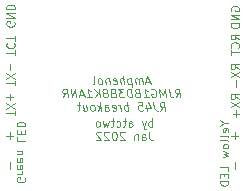
<source format=gbr>
%TF.GenerationSoftware,KiCad,Pcbnew,6.0.0*%
%TF.CreationDate,2022-01-15T20:08:09+00:00*%
%TF.ProjectId,amphenol-magjack,616d7068-656e-46f6-9c2d-6d61676a6163,rev?*%
%TF.SameCoordinates,Original*%
%TF.FileFunction,Legend,Bot*%
%TF.FilePolarity,Positive*%
%FSLAX46Y46*%
G04 Gerber Fmt 4.6, Leading zero omitted, Abs format (unit mm)*
G04 Created by KiCad (PCBNEW 6.0.0) date 2022-01-15 20:08:09*
%MOMM*%
%LPD*%
G01*
G04 APERTURE LIST*
%ADD10C,0.100000*%
G04 APERTURE END LIST*
D10*
X185149333Y-90397333D02*
X185482666Y-90397333D01*
X184782666Y-90164000D02*
X185149333Y-90397333D01*
X184782666Y-90630666D01*
X185449333Y-91130666D02*
X185482666Y-91064000D01*
X185482666Y-90930666D01*
X185449333Y-90864000D01*
X185382666Y-90830666D01*
X185116000Y-90830666D01*
X185049333Y-90864000D01*
X185016000Y-90930666D01*
X185016000Y-91064000D01*
X185049333Y-91130666D01*
X185116000Y-91164000D01*
X185182666Y-91164000D01*
X185249333Y-90830666D01*
X185482666Y-91564000D02*
X185449333Y-91497333D01*
X185382666Y-91464000D01*
X184782666Y-91464000D01*
X185482666Y-91930666D02*
X185449333Y-91864000D01*
X185382666Y-91830666D01*
X184782666Y-91830666D01*
X185482666Y-92297333D02*
X185449333Y-92230666D01*
X185416000Y-92197333D01*
X185349333Y-92164000D01*
X185149333Y-92164000D01*
X185082666Y-92197333D01*
X185049333Y-92230666D01*
X185016000Y-92297333D01*
X185016000Y-92397333D01*
X185049333Y-92464000D01*
X185082666Y-92497333D01*
X185149333Y-92530666D01*
X185349333Y-92530666D01*
X185416000Y-92497333D01*
X185449333Y-92464000D01*
X185482666Y-92397333D01*
X185482666Y-92297333D01*
X185016000Y-92764000D02*
X185482666Y-92897333D01*
X185149333Y-93030666D01*
X185482666Y-93164000D01*
X185016000Y-93297333D01*
X185482666Y-94430666D02*
X185482666Y-94097333D01*
X184782666Y-94097333D01*
X185116000Y-94664000D02*
X185116000Y-94897333D01*
X185482666Y-94997333D02*
X185482666Y-94664000D01*
X184782666Y-94664000D01*
X184782666Y-94997333D01*
X185482666Y-95297333D02*
X184782666Y-95297333D01*
X184782666Y-95464000D01*
X184816000Y-95564000D01*
X184882666Y-95630666D01*
X184949333Y-95664000D01*
X185082666Y-95697333D01*
X185182666Y-95697333D01*
X185316000Y-95664000D01*
X185382666Y-95630666D01*
X185449333Y-95564000D01*
X185482666Y-95464000D01*
X185482666Y-95297333D01*
X186005000Y-94246666D02*
X186005000Y-93713333D01*
X186005000Y-91706666D02*
X186005000Y-91173333D01*
X185738333Y-91440000D02*
X186271666Y-91440000D01*
X186371666Y-88350000D02*
X186038333Y-88116666D01*
X186371666Y-87950000D02*
X185671666Y-87950000D01*
X185671666Y-88216666D01*
X185705000Y-88283333D01*
X185738333Y-88316666D01*
X185805000Y-88350000D01*
X185905000Y-88350000D01*
X185971666Y-88316666D01*
X186005000Y-88283333D01*
X186038333Y-88216666D01*
X186038333Y-87950000D01*
X185671666Y-88583333D02*
X186371666Y-89050000D01*
X185671666Y-89050000D02*
X186371666Y-88583333D01*
X186105000Y-89316666D02*
X186105000Y-89850000D01*
X186371666Y-89583333D02*
X185838333Y-89583333D01*
X186371666Y-85810000D02*
X186038333Y-85576666D01*
X186371666Y-85410000D02*
X185671666Y-85410000D01*
X185671666Y-85676666D01*
X185705000Y-85743333D01*
X185738333Y-85776666D01*
X185805000Y-85810000D01*
X185905000Y-85810000D01*
X185971666Y-85776666D01*
X186005000Y-85743333D01*
X186038333Y-85676666D01*
X186038333Y-85410000D01*
X185671666Y-86043333D02*
X186371666Y-86510000D01*
X185671666Y-86510000D02*
X186371666Y-86043333D01*
X186105000Y-86776666D02*
X186105000Y-87310000D01*
X186371666Y-83293000D02*
X186038333Y-83059666D01*
X186371666Y-82893000D02*
X185671666Y-82893000D01*
X185671666Y-83159666D01*
X185705000Y-83226333D01*
X185738333Y-83259666D01*
X185805000Y-83293000D01*
X185905000Y-83293000D01*
X185971666Y-83259666D01*
X186005000Y-83226333D01*
X186038333Y-83159666D01*
X186038333Y-82893000D01*
X186305000Y-83993000D02*
X186338333Y-83959666D01*
X186371666Y-83859666D01*
X186371666Y-83793000D01*
X186338333Y-83693000D01*
X186271666Y-83626333D01*
X186205000Y-83593000D01*
X186071666Y-83559666D01*
X185971666Y-83559666D01*
X185838333Y-83593000D01*
X185771666Y-83626333D01*
X185705000Y-83693000D01*
X185671666Y-83793000D01*
X185671666Y-83859666D01*
X185705000Y-83959666D01*
X185738333Y-83993000D01*
X185671666Y-84193000D02*
X185671666Y-84593000D01*
X186371666Y-84393000D02*
X185671666Y-84393000D01*
X185705000Y-80873666D02*
X185671666Y-80807000D01*
X185671666Y-80707000D01*
X185705000Y-80607000D01*
X185771666Y-80540333D01*
X185838333Y-80507000D01*
X185971666Y-80473666D01*
X186071666Y-80473666D01*
X186205000Y-80507000D01*
X186271666Y-80540333D01*
X186338333Y-80607000D01*
X186371666Y-80707000D01*
X186371666Y-80773666D01*
X186338333Y-80873666D01*
X186305000Y-80907000D01*
X186071666Y-80907000D01*
X186071666Y-80773666D01*
X186371666Y-81207000D02*
X185671666Y-81207000D01*
X186371666Y-81607000D01*
X185671666Y-81607000D01*
X186371666Y-81940333D02*
X185671666Y-81940333D01*
X185671666Y-82107000D01*
X185705000Y-82207000D01*
X185771666Y-82273666D01*
X185838333Y-82307000D01*
X185971666Y-82340333D01*
X186071666Y-82340333D01*
X186205000Y-82307000D01*
X186271666Y-82273666D01*
X186338333Y-82207000D01*
X186371666Y-82107000D01*
X186371666Y-81940333D01*
X167388333Y-84636666D02*
X167388333Y-84236666D01*
X166688333Y-84436666D02*
X167388333Y-84436666D01*
X166755000Y-83603333D02*
X166721666Y-83636666D01*
X166688333Y-83736666D01*
X166688333Y-83803333D01*
X166721666Y-83903333D01*
X166788333Y-83970000D01*
X166855000Y-84003333D01*
X166988333Y-84036666D01*
X167088333Y-84036666D01*
X167221666Y-84003333D01*
X167288333Y-83970000D01*
X167355000Y-83903333D01*
X167388333Y-83803333D01*
X167388333Y-83736666D01*
X167355000Y-83636666D01*
X167321666Y-83603333D01*
X167388333Y-83403333D02*
X167388333Y-83003333D01*
X166688333Y-83203333D02*
X167388333Y-83203333D01*
X166955000Y-91706666D02*
X166955000Y-91173333D01*
X166688333Y-91440000D02*
X167221666Y-91440000D01*
X167355000Y-81813333D02*
X167388333Y-81880000D01*
X167388333Y-81980000D01*
X167355000Y-82080000D01*
X167288333Y-82146666D01*
X167221666Y-82180000D01*
X167088333Y-82213333D01*
X166988333Y-82213333D01*
X166855000Y-82180000D01*
X166788333Y-82146666D01*
X166721666Y-82080000D01*
X166688333Y-81980000D01*
X166688333Y-81913333D01*
X166721666Y-81813333D01*
X166755000Y-81780000D01*
X166988333Y-81780000D01*
X166988333Y-81913333D01*
X166688333Y-81480000D02*
X167388333Y-81480000D01*
X166688333Y-81080000D01*
X167388333Y-81080000D01*
X166688333Y-80746666D02*
X167388333Y-80746666D01*
X167388333Y-80580000D01*
X167355000Y-80480000D01*
X167288333Y-80413333D01*
X167221666Y-80380000D01*
X167088333Y-80346666D01*
X166988333Y-80346666D01*
X166855000Y-80380000D01*
X166788333Y-80413333D01*
X166721666Y-80480000D01*
X166688333Y-80580000D01*
X166688333Y-80746666D01*
X167388333Y-89739666D02*
X167388333Y-89339666D01*
X166688333Y-89539666D02*
X167388333Y-89539666D01*
X167388333Y-89173000D02*
X166688333Y-88706333D01*
X167388333Y-88706333D02*
X166688333Y-89173000D01*
X166955000Y-88439666D02*
X166955000Y-87906333D01*
X166688333Y-88173000D02*
X167221666Y-88173000D01*
X168244000Y-95003666D02*
X168277333Y-95070333D01*
X168277333Y-95170333D01*
X168244000Y-95270333D01*
X168177333Y-95337000D01*
X168110666Y-95370333D01*
X167977333Y-95403666D01*
X167877333Y-95403666D01*
X167744000Y-95370333D01*
X167677333Y-95337000D01*
X167610666Y-95270333D01*
X167577333Y-95170333D01*
X167577333Y-95103666D01*
X167610666Y-95003666D01*
X167644000Y-94970333D01*
X167877333Y-94970333D01*
X167877333Y-95103666D01*
X167577333Y-94670333D02*
X168044000Y-94670333D01*
X167910666Y-94670333D02*
X167977333Y-94637000D01*
X168010666Y-94603666D01*
X168044000Y-94537000D01*
X168044000Y-94470333D01*
X167610666Y-93970333D02*
X167577333Y-94037000D01*
X167577333Y-94170333D01*
X167610666Y-94237000D01*
X167677333Y-94270333D01*
X167944000Y-94270333D01*
X168010666Y-94237000D01*
X168044000Y-94170333D01*
X168044000Y-94037000D01*
X168010666Y-93970333D01*
X167944000Y-93937000D01*
X167877333Y-93937000D01*
X167810666Y-94270333D01*
X167610666Y-93370333D02*
X167577333Y-93437000D01*
X167577333Y-93570333D01*
X167610666Y-93637000D01*
X167677333Y-93670333D01*
X167944000Y-93670333D01*
X168010666Y-93637000D01*
X168044000Y-93570333D01*
X168044000Y-93437000D01*
X168010666Y-93370333D01*
X167944000Y-93337000D01*
X167877333Y-93337000D01*
X167810666Y-93670333D01*
X168044000Y-93037000D02*
X167577333Y-93037000D01*
X167977333Y-93037000D02*
X168010666Y-93003666D01*
X168044000Y-92937000D01*
X168044000Y-92837000D01*
X168010666Y-92770333D01*
X167944000Y-92737000D01*
X167577333Y-92737000D01*
X167577333Y-91537000D02*
X167577333Y-91870333D01*
X168277333Y-91870333D01*
X167944000Y-91303666D02*
X167944000Y-91070333D01*
X167577333Y-90970333D02*
X167577333Y-91303666D01*
X168277333Y-91303666D01*
X168277333Y-90970333D01*
X167577333Y-90670333D02*
X168277333Y-90670333D01*
X168277333Y-90503666D01*
X168244000Y-90403666D01*
X168177333Y-90337000D01*
X168110666Y-90303666D01*
X167977333Y-90270333D01*
X167877333Y-90270333D01*
X167744000Y-90303666D01*
X167677333Y-90337000D01*
X167610666Y-90403666D01*
X167577333Y-90503666D01*
X167577333Y-90670333D01*
X167388333Y-87199666D02*
X167388333Y-86799666D01*
X166688333Y-86999666D02*
X167388333Y-86999666D01*
X167388333Y-86633000D02*
X166688333Y-86166333D01*
X167388333Y-86166333D02*
X166688333Y-86633000D01*
X166955000Y-85899666D02*
X166955000Y-85366333D01*
X166955000Y-94246666D02*
X166955000Y-93713333D01*
X179040333Y-90685166D02*
X179040333Y-89985166D01*
X179040333Y-90251833D02*
X178973666Y-90218500D01*
X178840333Y-90218500D01*
X178773666Y-90251833D01*
X178740333Y-90285166D01*
X178707000Y-90351833D01*
X178707000Y-90551833D01*
X178740333Y-90618500D01*
X178773666Y-90651833D01*
X178840333Y-90685166D01*
X178973666Y-90685166D01*
X179040333Y-90651833D01*
X178473666Y-90218500D02*
X178307000Y-90685166D01*
X178140333Y-90218500D02*
X178307000Y-90685166D01*
X178373666Y-90851833D01*
X178407000Y-90885166D01*
X178473666Y-90918500D01*
X177040333Y-90685166D02*
X177040333Y-90318500D01*
X177073666Y-90251833D01*
X177140333Y-90218500D01*
X177273666Y-90218500D01*
X177340333Y-90251833D01*
X177040333Y-90651833D02*
X177107000Y-90685166D01*
X177273666Y-90685166D01*
X177340333Y-90651833D01*
X177373666Y-90585166D01*
X177373666Y-90518500D01*
X177340333Y-90451833D01*
X177273666Y-90418500D01*
X177107000Y-90418500D01*
X177040333Y-90385166D01*
X176807000Y-90218500D02*
X176540333Y-90218500D01*
X176707000Y-89985166D02*
X176707000Y-90585166D01*
X176673666Y-90651833D01*
X176607000Y-90685166D01*
X176540333Y-90685166D01*
X176007000Y-90651833D02*
X176073666Y-90685166D01*
X176207000Y-90685166D01*
X176273666Y-90651833D01*
X176307000Y-90618500D01*
X176340333Y-90551833D01*
X176340333Y-90351833D01*
X176307000Y-90285166D01*
X176273666Y-90251833D01*
X176207000Y-90218500D01*
X176073666Y-90218500D01*
X176007000Y-90251833D01*
X175807000Y-90218500D02*
X175540333Y-90218500D01*
X175707000Y-89985166D02*
X175707000Y-90585166D01*
X175673666Y-90651833D01*
X175607000Y-90685166D01*
X175540333Y-90685166D01*
X175373666Y-90218500D02*
X175240333Y-90685166D01*
X175107000Y-90351833D01*
X174973666Y-90685166D01*
X174840333Y-90218500D01*
X174473666Y-90685166D02*
X174540333Y-90651833D01*
X174573666Y-90618500D01*
X174607000Y-90551833D01*
X174607000Y-90351833D01*
X174573666Y-90285166D01*
X174540333Y-90251833D01*
X174473666Y-90218500D01*
X174373666Y-90218500D01*
X174307000Y-90251833D01*
X174273666Y-90285166D01*
X174240333Y-90351833D01*
X174240333Y-90551833D01*
X174273666Y-90618500D01*
X174307000Y-90651833D01*
X174373666Y-90685166D01*
X174473666Y-90685166D01*
X178790333Y-91112166D02*
X178790333Y-91612166D01*
X178823666Y-91712166D01*
X178890333Y-91778833D01*
X178990333Y-91812166D01*
X179057000Y-91812166D01*
X178157000Y-91812166D02*
X178157000Y-91445500D01*
X178190333Y-91378833D01*
X178257000Y-91345500D01*
X178390333Y-91345500D01*
X178457000Y-91378833D01*
X178157000Y-91778833D02*
X178223666Y-91812166D01*
X178390333Y-91812166D01*
X178457000Y-91778833D01*
X178490333Y-91712166D01*
X178490333Y-91645500D01*
X178457000Y-91578833D01*
X178390333Y-91545500D01*
X178223666Y-91545500D01*
X178157000Y-91512166D01*
X177823666Y-91345500D02*
X177823666Y-91812166D01*
X177823666Y-91412166D02*
X177790333Y-91378833D01*
X177723666Y-91345500D01*
X177623666Y-91345500D01*
X177557000Y-91378833D01*
X177523666Y-91445500D01*
X177523666Y-91812166D01*
X176690333Y-91178833D02*
X176657000Y-91145500D01*
X176590333Y-91112166D01*
X176423666Y-91112166D01*
X176357000Y-91145500D01*
X176323666Y-91178833D01*
X176290333Y-91245500D01*
X176290333Y-91312166D01*
X176323666Y-91412166D01*
X176723666Y-91812166D01*
X176290333Y-91812166D01*
X175857000Y-91112166D02*
X175790333Y-91112166D01*
X175723666Y-91145500D01*
X175690333Y-91178833D01*
X175657000Y-91245500D01*
X175623666Y-91378833D01*
X175623666Y-91545500D01*
X175657000Y-91678833D01*
X175690333Y-91745500D01*
X175723666Y-91778833D01*
X175790333Y-91812166D01*
X175857000Y-91812166D01*
X175923666Y-91778833D01*
X175957000Y-91745500D01*
X175990333Y-91678833D01*
X176023666Y-91545500D01*
X176023666Y-91378833D01*
X175990333Y-91245500D01*
X175957000Y-91178833D01*
X175923666Y-91145500D01*
X175857000Y-91112166D01*
X175357000Y-91178833D02*
X175323666Y-91145500D01*
X175257000Y-91112166D01*
X175090333Y-91112166D01*
X175023666Y-91145500D01*
X174990333Y-91178833D01*
X174957000Y-91245500D01*
X174957000Y-91312166D01*
X174990333Y-91412166D01*
X175390333Y-91812166D01*
X174957000Y-91812166D01*
X174690333Y-91178833D02*
X174657000Y-91145500D01*
X174590333Y-91112166D01*
X174423666Y-91112166D01*
X174357000Y-91145500D01*
X174323666Y-91178833D01*
X174290333Y-91245500D01*
X174290333Y-91312166D01*
X174323666Y-91412166D01*
X174723666Y-91812166D01*
X174290333Y-91812166D01*
X178827604Y-86873666D02*
X178494270Y-86873666D01*
X178919270Y-87073666D02*
X178598437Y-86373666D01*
X178452604Y-87073666D01*
X178219270Y-87073666D02*
X178160937Y-86607000D01*
X178169270Y-86673666D02*
X178131770Y-86640333D01*
X178060937Y-86607000D01*
X177960937Y-86607000D01*
X177898437Y-86640333D01*
X177873437Y-86707000D01*
X177919270Y-87073666D01*
X177873437Y-86707000D02*
X177831770Y-86640333D01*
X177760937Y-86607000D01*
X177660937Y-86607000D01*
X177598437Y-86640333D01*
X177573437Y-86707000D01*
X177619270Y-87073666D01*
X177227604Y-86607000D02*
X177315104Y-87307000D01*
X177231770Y-86640333D02*
X177160937Y-86607000D01*
X177027604Y-86607000D01*
X176965104Y-86640333D01*
X176935937Y-86673666D01*
X176910937Y-86740333D01*
X176935937Y-86940333D01*
X176977604Y-87007000D01*
X177015104Y-87040333D01*
X177085937Y-87073666D01*
X177219270Y-87073666D01*
X177281770Y-87040333D01*
X176652604Y-87073666D02*
X176565104Y-86373666D01*
X176352604Y-87073666D02*
X176306770Y-86707000D01*
X176331770Y-86640333D01*
X176394270Y-86607000D01*
X176494270Y-86607000D01*
X176565104Y-86640333D01*
X176602604Y-86673666D01*
X175748437Y-87040333D02*
X175819270Y-87073666D01*
X175952604Y-87073666D01*
X176015104Y-87040333D01*
X176040104Y-86973666D01*
X176006770Y-86707000D01*
X175965104Y-86640333D01*
X175894270Y-86607000D01*
X175760937Y-86607000D01*
X175698437Y-86640333D01*
X175673437Y-86707000D01*
X175681770Y-86773666D01*
X176023437Y-86840333D01*
X175360937Y-86607000D02*
X175419270Y-87073666D01*
X175369270Y-86673666D02*
X175331770Y-86640333D01*
X175260937Y-86607000D01*
X175160937Y-86607000D01*
X175098437Y-86640333D01*
X175073437Y-86707000D01*
X175119270Y-87073666D01*
X174685937Y-87073666D02*
X174748437Y-87040333D01*
X174777604Y-87007000D01*
X174802604Y-86940333D01*
X174777604Y-86740333D01*
X174735937Y-86673666D01*
X174698437Y-86640333D01*
X174627604Y-86607000D01*
X174527604Y-86607000D01*
X174465104Y-86640333D01*
X174435937Y-86673666D01*
X174410937Y-86740333D01*
X174435937Y-86940333D01*
X174477604Y-87007000D01*
X174515104Y-87040333D01*
X174585937Y-87073666D01*
X174685937Y-87073666D01*
X174052604Y-87073666D02*
X174115104Y-87040333D01*
X174140104Y-86973666D01*
X174065104Y-86373666D01*
X181019270Y-88200666D02*
X181210937Y-87867333D01*
X181419270Y-88200666D02*
X181331770Y-87500666D01*
X181065104Y-87500666D01*
X181002604Y-87534000D01*
X180973437Y-87567333D01*
X180948437Y-87634000D01*
X180960937Y-87734000D01*
X181002604Y-87800666D01*
X181040104Y-87834000D01*
X181110937Y-87867333D01*
X181377604Y-87867333D01*
X180431770Y-87500666D02*
X180494270Y-88000666D01*
X180540104Y-88100666D01*
X180615104Y-88167333D01*
X180719270Y-88200666D01*
X180785937Y-88200666D01*
X180185937Y-88200666D02*
X180098437Y-87500666D01*
X179927604Y-88000666D01*
X179631770Y-87500666D01*
X179719270Y-88200666D01*
X178935937Y-87534000D02*
X178998437Y-87500666D01*
X179098437Y-87500666D01*
X179202604Y-87534000D01*
X179277604Y-87600666D01*
X179319270Y-87667333D01*
X179369270Y-87800666D01*
X179381770Y-87900666D01*
X179365104Y-88034000D01*
X179340104Y-88100666D01*
X179281770Y-88167333D01*
X179185937Y-88200666D01*
X179119270Y-88200666D01*
X179015104Y-88167333D01*
X178977604Y-88134000D01*
X178948437Y-87900666D01*
X179081770Y-87900666D01*
X178319270Y-88200666D02*
X178719270Y-88200666D01*
X178519270Y-88200666D02*
X178431770Y-87500666D01*
X178510937Y-87600666D01*
X178585937Y-87667333D01*
X178656770Y-87700666D01*
X177740104Y-87834000D02*
X177644270Y-87867333D01*
X177615104Y-87900666D01*
X177590104Y-87967333D01*
X177602604Y-88067333D01*
X177644270Y-88134000D01*
X177681770Y-88167333D01*
X177752604Y-88200666D01*
X178019270Y-88200666D01*
X177931770Y-87500666D01*
X177698437Y-87500666D01*
X177635937Y-87534000D01*
X177606770Y-87567333D01*
X177581770Y-87634000D01*
X177590104Y-87700666D01*
X177631770Y-87767333D01*
X177669270Y-87800666D01*
X177740104Y-87834000D01*
X177973437Y-87834000D01*
X177319270Y-88200666D02*
X177231770Y-87500666D01*
X177065104Y-87500666D01*
X176969270Y-87534000D01*
X176910937Y-87600666D01*
X176885937Y-87667333D01*
X176869270Y-87800666D01*
X176881770Y-87900666D01*
X176931770Y-88034000D01*
X176973437Y-88100666D01*
X177048437Y-88167333D01*
X177152604Y-88200666D01*
X177319270Y-88200666D01*
X176598437Y-87500666D02*
X176165104Y-87500666D01*
X176431770Y-87767333D01*
X176331770Y-87767333D01*
X176269270Y-87800666D01*
X176240104Y-87834000D01*
X176215104Y-87900666D01*
X176235937Y-88067333D01*
X176277604Y-88134000D01*
X176315104Y-88167333D01*
X176385937Y-88200666D01*
X176585937Y-88200666D01*
X176648437Y-88167333D01*
X176677604Y-88134000D01*
X175673437Y-87834000D02*
X175577604Y-87867333D01*
X175548437Y-87900666D01*
X175523437Y-87967333D01*
X175535937Y-88067333D01*
X175577604Y-88134000D01*
X175615104Y-88167333D01*
X175685937Y-88200666D01*
X175952604Y-88200666D01*
X175865104Y-87500666D01*
X175631770Y-87500666D01*
X175569270Y-87534000D01*
X175540104Y-87567333D01*
X175515104Y-87634000D01*
X175523437Y-87700666D01*
X175565104Y-87767333D01*
X175602604Y-87800666D01*
X175673437Y-87834000D01*
X175906770Y-87834000D01*
X175102604Y-87800666D02*
X175165104Y-87767333D01*
X175194270Y-87734000D01*
X175219270Y-87667333D01*
X175215104Y-87634000D01*
X175173437Y-87567333D01*
X175135937Y-87534000D01*
X175065104Y-87500666D01*
X174931770Y-87500666D01*
X174869270Y-87534000D01*
X174840104Y-87567333D01*
X174815104Y-87634000D01*
X174819270Y-87667333D01*
X174860937Y-87734000D01*
X174898437Y-87767333D01*
X174969270Y-87800666D01*
X175102604Y-87800666D01*
X175173437Y-87834000D01*
X175210937Y-87867333D01*
X175252604Y-87934000D01*
X175269270Y-88067333D01*
X175244270Y-88134000D01*
X175215104Y-88167333D01*
X175152604Y-88200666D01*
X175019270Y-88200666D01*
X174948437Y-88167333D01*
X174910937Y-88134000D01*
X174869270Y-88067333D01*
X174852604Y-87934000D01*
X174877604Y-87867333D01*
X174906770Y-87834000D01*
X174969270Y-87800666D01*
X174585937Y-88200666D02*
X174498437Y-87500666D01*
X174185937Y-88200666D02*
X174435937Y-87800666D01*
X174098437Y-87500666D02*
X174548437Y-87900666D01*
X173519270Y-88200666D02*
X173919270Y-88200666D01*
X173719270Y-88200666D02*
X173631770Y-87500666D01*
X173710937Y-87600666D01*
X173785937Y-87667333D01*
X173856770Y-87700666D01*
X173227604Y-88000666D02*
X172894270Y-88000666D01*
X173319270Y-88200666D02*
X172998437Y-87500666D01*
X172852604Y-88200666D01*
X172619270Y-88200666D02*
X172531770Y-87500666D01*
X172219270Y-88200666D01*
X172131770Y-87500666D01*
X171485937Y-88200666D02*
X171677604Y-87867333D01*
X171885937Y-88200666D02*
X171798437Y-87500666D01*
X171531770Y-87500666D01*
X171469270Y-87534000D01*
X171440104Y-87567333D01*
X171415104Y-87634000D01*
X171427604Y-87734000D01*
X171469270Y-87800666D01*
X171506770Y-87834000D01*
X171577604Y-87867333D01*
X171844270Y-87867333D01*
X179719270Y-89327666D02*
X179910937Y-88994333D01*
X180119270Y-89327666D02*
X180031770Y-88627666D01*
X179765104Y-88627666D01*
X179702604Y-88661000D01*
X179673437Y-88694333D01*
X179648437Y-88761000D01*
X179660937Y-88861000D01*
X179702604Y-88927666D01*
X179740104Y-88961000D01*
X179810937Y-88994333D01*
X180077604Y-88994333D01*
X179131770Y-88627666D02*
X179194270Y-89127666D01*
X179240104Y-89227666D01*
X179315104Y-89294333D01*
X179419270Y-89327666D01*
X179485937Y-89327666D01*
X178527604Y-88861000D02*
X178585937Y-89327666D01*
X178660937Y-88594333D02*
X178890104Y-89094333D01*
X178456770Y-89094333D01*
X177798437Y-88627666D02*
X178131770Y-88627666D01*
X178206770Y-88961000D01*
X178169270Y-88927666D01*
X178098437Y-88894333D01*
X177931770Y-88894333D01*
X177869270Y-88927666D01*
X177840104Y-88961000D01*
X177815104Y-89027666D01*
X177835937Y-89194333D01*
X177877604Y-89261000D01*
X177915104Y-89294333D01*
X177985937Y-89327666D01*
X178152604Y-89327666D01*
X178215104Y-89294333D01*
X178244270Y-89261000D01*
X177019270Y-89327666D02*
X176931770Y-88627666D01*
X176965104Y-88894333D02*
X176894270Y-88861000D01*
X176760937Y-88861000D01*
X176698437Y-88894333D01*
X176669270Y-88927666D01*
X176644270Y-88994333D01*
X176669270Y-89194333D01*
X176710937Y-89261000D01*
X176748437Y-89294333D01*
X176819270Y-89327666D01*
X176952604Y-89327666D01*
X177015104Y-89294333D01*
X176385937Y-89327666D02*
X176327604Y-88861000D01*
X176344270Y-88994333D02*
X176302604Y-88927666D01*
X176265104Y-88894333D01*
X176194270Y-88861000D01*
X176127604Y-88861000D01*
X175681770Y-89294333D02*
X175752604Y-89327666D01*
X175885937Y-89327666D01*
X175948437Y-89294333D01*
X175973437Y-89227666D01*
X175940104Y-88961000D01*
X175898437Y-88894333D01*
X175827604Y-88861000D01*
X175694270Y-88861000D01*
X175631770Y-88894333D01*
X175606770Y-88961000D01*
X175615104Y-89027666D01*
X175956770Y-89094333D01*
X175052604Y-89327666D02*
X175006770Y-88961000D01*
X175031770Y-88894333D01*
X175094270Y-88861000D01*
X175227604Y-88861000D01*
X175298437Y-88894333D01*
X175048437Y-89294333D02*
X175119270Y-89327666D01*
X175285937Y-89327666D01*
X175348437Y-89294333D01*
X175373437Y-89227666D01*
X175365104Y-89161000D01*
X175323437Y-89094333D01*
X175252604Y-89061000D01*
X175085937Y-89061000D01*
X175015104Y-89027666D01*
X174719270Y-89327666D02*
X174631770Y-88627666D01*
X174619270Y-89061000D02*
X174452604Y-89327666D01*
X174394270Y-88861000D02*
X174694270Y-89127666D01*
X174052604Y-89327666D02*
X174115104Y-89294333D01*
X174144270Y-89261000D01*
X174169270Y-89194333D01*
X174144270Y-88994333D01*
X174102604Y-88927666D01*
X174065104Y-88894333D01*
X173994270Y-88861000D01*
X173894270Y-88861000D01*
X173831770Y-88894333D01*
X173802604Y-88927666D01*
X173777604Y-88994333D01*
X173802604Y-89194333D01*
X173844270Y-89261000D01*
X173881770Y-89294333D01*
X173952604Y-89327666D01*
X174052604Y-89327666D01*
X173160937Y-88861000D02*
X173219270Y-89327666D01*
X173460937Y-88861000D02*
X173506770Y-89227666D01*
X173481770Y-89294333D01*
X173419270Y-89327666D01*
X173319270Y-89327666D01*
X173248437Y-89294333D01*
X173210937Y-89261000D01*
X172927604Y-88861000D02*
X172660937Y-88861000D01*
X172798437Y-88627666D02*
X172873437Y-89227666D01*
X172848437Y-89294333D01*
X172785937Y-89327666D01*
X172719270Y-89327666D01*
M02*

</source>
